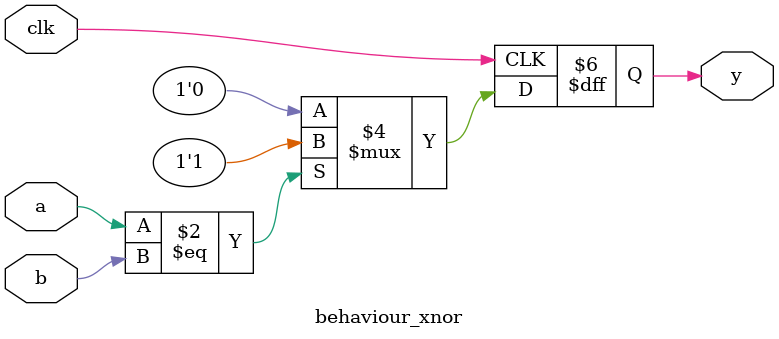
<source format=v>

module gate_xnor (input a,b, output y);
 
 xnor (y, a,b);

endmodule


//Data Flow Level Modelling

module dataflow_xnor (input a,b, output y);
 
 assign y = (a ~^ b);

endmodule 


//Behaviour Level Modelling

module behaviour_xnor (input a,b,clk, output reg y);

always @(posedge clk)
begin
  if ( a == b)
   begin
    y <= 1'b1;
   end

 else
   begin
    y <= 1'b0;
   end
end
endmodule 

</source>
